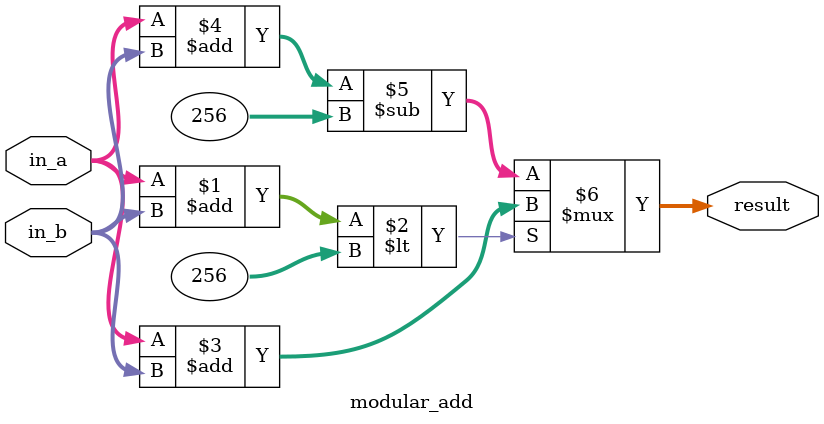
<source format=v>
module modular_add
#(
    parameter INT_WIDTH = 32,
    parameter MOD       = 256
)
(
    input  [INT_WIDTH - 1:0] in_a,
    input  [INT_WIDTH - 1:0] in_b,
    output [INT_WIDTH - 1:0] result
);

    assign result = ((in_a + in_b) < MOD) ? in_a + in_b : in_a + in_b - MOD;

endmodule
</source>
